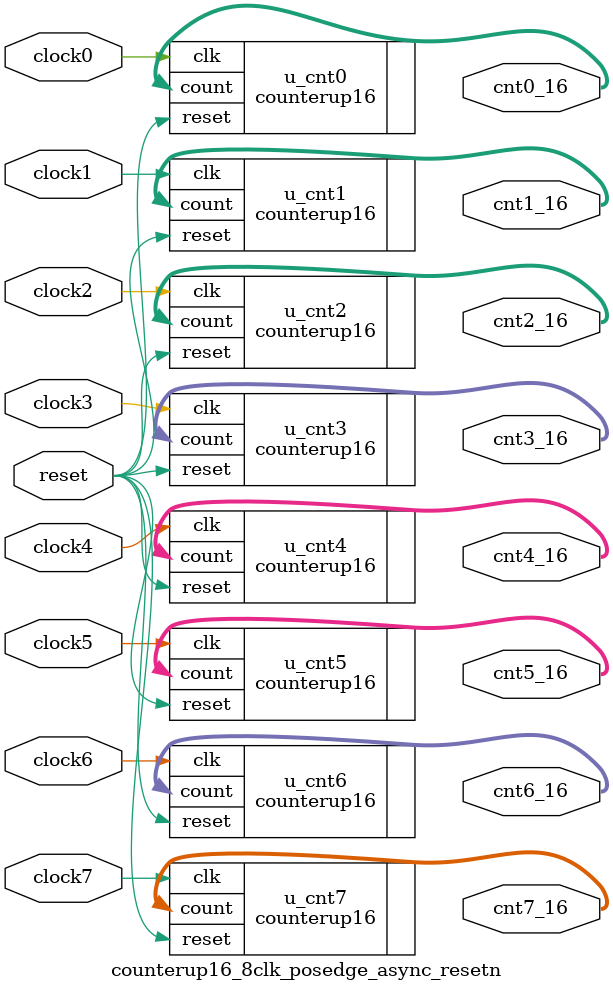
<source format=v>

module counterup16_8clk_posedge_async_resetn (clock0, clock1, clock2, clock3, clock4, clock5, clock6,clock7, reset, cnt0_16, cnt1_16, cnt2_16, cnt3_16, cnt4_16,cnt5_16,cnt6_16,cnt7_16);
	input clock0, clock1, clock2, clock3, clock4, clock5, clock6,clock7;
	input reset;
	output [15:0] cnt0_16;
	output [15:0] cnt1_16;
	output [15:0] cnt2_16;
	output [15:0] cnt3_16;
	output [15:0] cnt4_16;
	output [15:0] cnt5_16;
	output [15:0] cnt6_16;
	output [15:0] cnt7_16;


	counterup16 u_cnt0(.clk(clock0), .reset(reset), .count(cnt0_16));
	counterup16 u_cnt1(.clk(clock1), .reset(reset), .count(cnt1_16));
	counterup16 u_cnt2(.clk(clock2), .reset(reset), .count(cnt2_16));
	counterup16 u_cnt3(.clk(clock3), .reset(reset), .count(cnt3_16));
	counterup16 u_cnt4(.clk(clock4), .reset(reset), .count(cnt4_16));
	counterup16 u_cnt5(.clk(clock5), .reset(reset), .count(cnt5_16));
	counterup16 u_cnt6(.clk(clock6), .reset(reset), .count(cnt6_16));
	counterup16 u_cnt7(.clk(clock7), .reset(reset), .count(cnt7_16));

endmodule 

</source>
